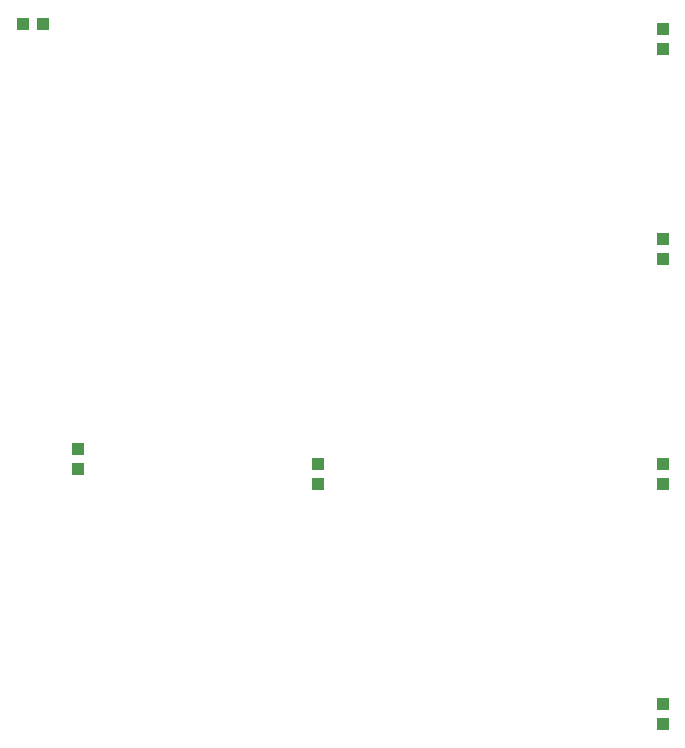
<source format=gbr>
G04 EAGLE Gerber RS-274X export*
G75*
%MOMM*%
%FSLAX34Y34*%
%LPD*%
%INSolderpaste Top*%
%IPPOS*%
%AMOC8*
5,1,8,0,0,1.08239X$1,22.5*%
G01*
%ADD10R,1.000000X1.100000*%
%ADD11R,1.100000X1.000000*%


D10*
X673100Y93100D03*
X673100Y110100D03*
X381000Y313300D03*
X381000Y296300D03*
X673100Y681600D03*
X673100Y664600D03*
D11*
X148200Y685800D03*
X131200Y685800D03*
D10*
X673100Y296300D03*
X673100Y313300D03*
X673100Y486800D03*
X673100Y503800D03*
X177800Y326000D03*
X177800Y309000D03*
M02*

</source>
